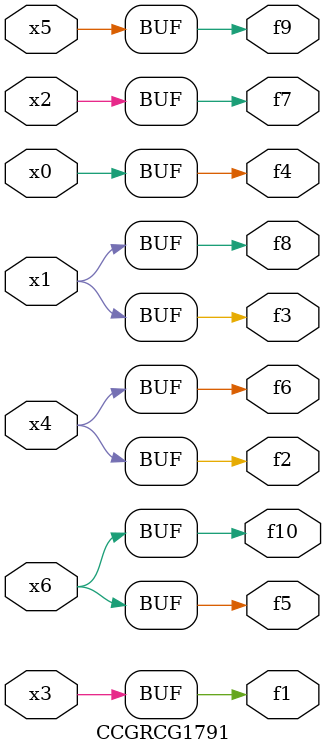
<source format=v>
module CCGRCG1791(
	input x0, x1, x2, x3, x4, x5, x6,
	output f1, f2, f3, f4, f5, f6, f7, f8, f9, f10
);
	assign f1 = x3;
	assign f2 = x4;
	assign f3 = x1;
	assign f4 = x0;
	assign f5 = x6;
	assign f6 = x4;
	assign f7 = x2;
	assign f8 = x1;
	assign f9 = x5;
	assign f10 = x6;
endmodule

</source>
